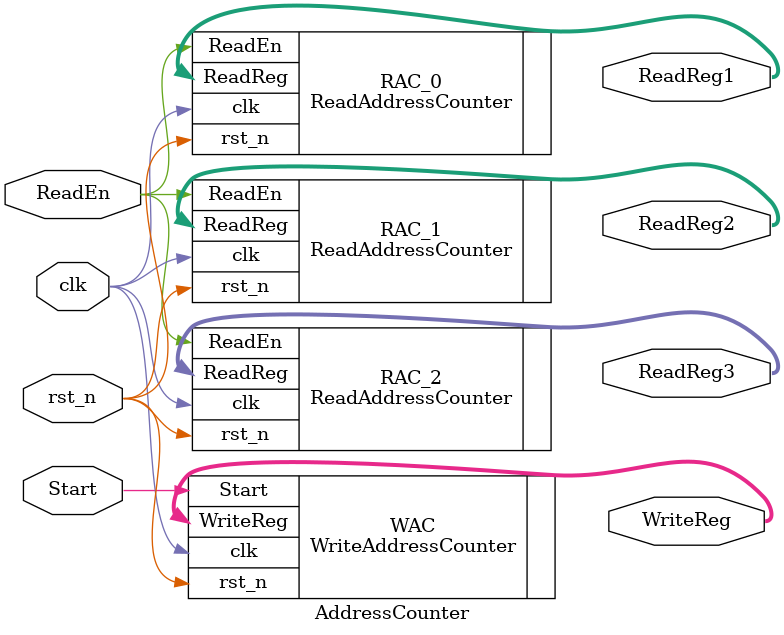
<source format=v>
`timescale 1ns / 1ps


module AddressCounter(ReadEn, Start, clk, rst_n, ReadReg1, ReadReg2, ReadReg3, WriteReg);
    input ReadEn, Start, clk, rst_n;
    output [3:0] ReadReg1, ReadReg2, ReadReg3, WriteReg;

    ReadAddressCounter #(.set1(14)) RAC_0 (.ReadEn(ReadEn), .clk(clk), .rst_n(rst_n), .ReadReg(ReadReg1));  // 3°³ÀÇ ReadAddressCounter¿Í
    ReadAddressCounter #(.set1(0)) RAC_1 (.ReadEn(ReadEn), .clk(clk), .rst_n(rst_n), .ReadReg(ReadReg2)); // 1°³ÀÇ WriteAddressCounter¸¦ ¿¬°á
    ReadAddressCounter #(.set1(1)) RAC_2 (.ReadEn(ReadEn), .clk(clk), .rst_n(rst_n), .ReadReg(ReadReg3));
    WriteAddressCounter WAC (.Start(Start), .clk(clk), .rst_n(rst_n), .WriteReg(WriteReg));
endmodule

</source>
